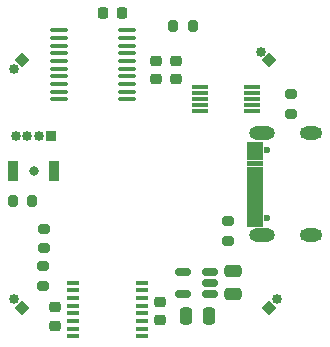
<source format=gbr>
%TF.GenerationSoftware,KiCad,Pcbnew,8.0.0*%
%TF.CreationDate,2024-05-17T03:14:29+03:00*%
%TF.ProjectId,pressure_sensor_logic,70726573-7375-4726-955f-73656e736f72,rev?*%
%TF.SameCoordinates,Original*%
%TF.FileFunction,Soldermask,Top*%
%TF.FilePolarity,Negative*%
%FSLAX46Y46*%
G04 Gerber Fmt 4.6, Leading zero omitted, Abs format (unit mm)*
G04 Created by KiCad (PCBNEW 8.0.0) date 2024-05-17 03:14:29*
%MOMM*%
%LPD*%
G01*
G04 APERTURE LIST*
G04 Aperture macros list*
%AMRoundRect*
0 Rectangle with rounded corners*
0 $1 Rounding radius*
0 $2 $3 $4 $5 $6 $7 $8 $9 X,Y pos of 4 corners*
0 Add a 4 corners polygon primitive as box body*
4,1,4,$2,$3,$4,$5,$6,$7,$8,$9,$2,$3,0*
0 Add four circle primitives for the rounded corners*
1,1,$1+$1,$2,$3*
1,1,$1+$1,$4,$5*
1,1,$1+$1,$6,$7*
1,1,$1+$1,$8,$9*
0 Add four rect primitives between the rounded corners*
20,1,$1+$1,$2,$3,$4,$5,0*
20,1,$1+$1,$4,$5,$6,$7,0*
20,1,$1+$1,$6,$7,$8,$9,0*
20,1,$1+$1,$8,$9,$2,$3,0*%
%AMHorizOval*
0 Thick line with rounded ends*
0 $1 width*
0 $2 $3 position (X,Y) of the first rounded end (center of the circle)*
0 $4 $5 position (X,Y) of the second rounded end (center of the circle)*
0 Add line between two ends*
20,1,$1,$2,$3,$4,$5,0*
0 Add two circle primitives to create the rounded ends*
1,1,$1,$2,$3*
1,1,$1,$4,$5*%
%AMRotRect*
0 Rectangle, with rotation*
0 The origin of the aperture is its center*
0 $1 length*
0 $2 width*
0 $3 Rotation angle, in degrees counterclockwise*
0 Add horizontal line*
21,1,$1,$2,0,0,$3*%
G04 Aperture macros list end*
%ADD10C,0.010000*%
%ADD11R,1.000000X0.400000*%
%ADD12RoundRect,0.225000X0.250000X-0.225000X0.250000X0.225000X-0.250000X0.225000X-0.250000X-0.225000X0*%
%ADD13RotRect,0.850000X0.850000X225.000000*%
%ADD14HorizOval,0.850000X0.000000X0.000000X0.000000X0.000000X0*%
%ADD15RoundRect,0.100000X0.637500X0.100000X-0.637500X0.100000X-0.637500X-0.100000X0.637500X-0.100000X0*%
%ADD16RoundRect,0.250000X-0.250000X-0.475000X0.250000X-0.475000X0.250000X0.475000X-0.250000X0.475000X0*%
%ADD17RoundRect,0.150000X0.512500X0.150000X-0.512500X0.150000X-0.512500X-0.150000X0.512500X-0.150000X0*%
%ADD18RoundRect,0.225000X-0.250000X0.225000X-0.250000X-0.225000X0.250000X-0.225000X0.250000X0.225000X0*%
%ADD19R,0.850000X0.850000*%
%ADD20O,0.850000X0.850000*%
%ADD21RoundRect,0.250000X-0.475000X0.250000X-0.475000X-0.250000X0.475000X-0.250000X0.475000X0.250000X0*%
%ADD22RoundRect,0.200000X-0.275000X0.200000X-0.275000X-0.200000X0.275000X-0.200000X0.275000X0.200000X0*%
%ADD23RoundRect,0.200000X-0.200000X-0.275000X0.200000X-0.275000X0.200000X0.275000X-0.200000X0.275000X0*%
%ADD24RoundRect,0.200000X0.275000X-0.200000X0.275000X0.200000X-0.275000X0.200000X-0.275000X-0.200000X0*%
%ADD25R,1.400000X0.300000*%
%ADD26C,0.800000*%
%ADD27R,0.900000X1.700000*%
%ADD28RoundRect,0.225000X0.225000X0.250000X-0.225000X0.250000X-0.225000X-0.250000X0.225000X-0.250000X0*%
%ADD29RotRect,0.850000X0.850000X315.000000*%
%ADD30HorizOval,0.850000X0.000000X0.000000X0.000000X0.000000X0*%
%ADD31RotRect,0.850000X0.850000X135.000000*%
%ADD32HorizOval,0.850000X0.000000X0.000000X0.000000X0.000000X0*%
%ADD33C,0.600000*%
%ADD34O,2.204000X1.104000*%
%ADD35O,1.904000X1.104000*%
G04 APERTURE END LIST*
D10*
%TO.C,J11*%
X59870003Y-50475003D02*
X59870003Y-50875003D01*
X58630001Y-50875002D01*
X58630004Y-50475002D01*
X59870003Y-50475003D01*
G36*
X59870003Y-50475003D02*
G01*
X59870003Y-50875003D01*
X58630001Y-50875002D01*
X58630004Y-50475002D01*
X59870003Y-50475003D01*
G37*
X59870003Y-47875003D02*
X58630002Y-47875002D01*
X58630002Y-47175003D01*
X59870003Y-47175003D01*
X59870003Y-47875003D01*
G36*
X59870003Y-47875003D02*
G01*
X58630002Y-47875002D01*
X58630002Y-47175003D01*
X59870003Y-47175003D01*
X59870003Y-47875003D01*
G37*
X59870003Y-49375003D02*
X58630002Y-49375004D01*
X58630004Y-48975003D01*
X59870003Y-48975003D01*
X59870003Y-49375003D01*
G36*
X59870003Y-49375003D02*
G01*
X58630002Y-49375004D01*
X58630004Y-48975003D01*
X59870003Y-48975003D01*
X59870003Y-49375003D01*
G37*
X59870003Y-50375003D02*
X58630002Y-50375004D01*
X58630002Y-49975004D01*
X59870002Y-49975002D01*
X59870003Y-50375003D01*
G36*
X59870003Y-50375003D02*
G01*
X58630002Y-50375004D01*
X58630002Y-49975004D01*
X59870002Y-49975002D01*
X59870003Y-50375003D01*
G37*
X59870003Y-51475004D02*
X59870002Y-51875004D01*
X58630002Y-51875003D01*
X58630003Y-51475002D01*
X59870003Y-51475004D01*
G36*
X59870003Y-51475004D02*
G01*
X59870002Y-51875004D01*
X58630002Y-51875003D01*
X58630003Y-51475002D01*
X59870003Y-51475004D01*
G37*
X59870003Y-47075003D02*
X58630003Y-47075003D01*
X58630003Y-46375003D01*
X59870003Y-46375003D01*
X59870003Y-47075003D01*
G36*
X59870003Y-47075003D02*
G01*
X58630003Y-47075003D01*
X58630003Y-46375003D01*
X59870003Y-46375003D01*
X59870003Y-47075003D01*
G37*
X59870003Y-48375004D02*
X58630003Y-48375002D01*
X58630002Y-47975003D01*
X59870003Y-47975002D01*
X59870003Y-48375004D01*
G36*
X59870003Y-48375004D02*
G01*
X58630003Y-48375002D01*
X58630002Y-47975003D01*
X59870003Y-47975002D01*
X59870003Y-48375004D01*
G37*
X59870003Y-49875002D02*
X58630003Y-49875003D01*
X58630002Y-49475004D01*
X59870004Y-49475002D01*
X59870003Y-49875002D01*
G36*
X59870003Y-49875002D02*
G01*
X58630003Y-49875003D01*
X58630002Y-49475004D01*
X59870004Y-49475002D01*
X59870003Y-49875002D01*
G37*
X59870003Y-50975004D02*
X59870003Y-51375003D01*
X58630003Y-51375003D01*
X58630003Y-50975002D01*
X59870003Y-50975004D01*
G36*
X59870003Y-50975004D02*
G01*
X59870003Y-51375003D01*
X58630003Y-51375003D01*
X58630003Y-50975002D01*
X59870003Y-50975004D01*
G37*
X59870003Y-53475003D02*
X58630003Y-53475003D01*
X58630003Y-52775003D01*
X59870003Y-52775003D01*
X59870003Y-53475003D01*
G36*
X59870003Y-53475003D02*
G01*
X58630003Y-53475003D01*
X58630003Y-52775003D01*
X59870003Y-52775003D01*
X59870003Y-53475003D01*
G37*
X59870002Y-48875004D02*
X58630004Y-48875002D01*
X58630003Y-48475003D01*
X59870003Y-48475003D01*
X59870002Y-48875004D01*
G36*
X59870002Y-48875004D02*
G01*
X58630004Y-48875002D01*
X58630003Y-48475003D01*
X59870003Y-48475003D01*
X59870002Y-48875004D01*
G37*
X59870002Y-51975003D02*
X59870003Y-52675004D01*
X58630004Y-52675002D01*
X58630004Y-51975002D01*
X59870002Y-51975003D01*
G36*
X59870002Y-51975003D02*
G01*
X59870003Y-52675004D01*
X58630004Y-52675002D01*
X58630004Y-51975002D01*
X59870002Y-51975003D01*
G37*
%TD*%
D11*
%TO.C,D1*%
X43900006Y-58300006D03*
X43900004Y-58950006D03*
X43900006Y-59600007D03*
X43900006Y-60250009D03*
X43899996Y-60899996D03*
X43900002Y-61550008D03*
X43900003Y-62200008D03*
X43900004Y-62850004D03*
X49700002Y-62850004D03*
X49700004Y-62200004D03*
X49700002Y-61550003D03*
X49700002Y-60900001D03*
X49700012Y-60250014D03*
X49700006Y-59600002D03*
X49700005Y-58950002D03*
X49700004Y-58300006D03*
%TD*%
D12*
%TO.C,C19*%
X52550002Y-41100003D03*
X52550002Y-39550001D03*
%TD*%
D13*
%TO.C,J2*%
X39534822Y-60415183D03*
D14*
X38827715Y-59708076D03*
%TD*%
D15*
%TO.C,U4*%
X48400001Y-42775003D03*
X48400002Y-42125003D03*
X48400002Y-41475003D03*
X48400002Y-40825003D03*
X48400001Y-40175002D03*
X48400001Y-39525004D03*
X48400002Y-38875003D03*
X48400002Y-38225004D03*
X48400001Y-37575002D03*
X48400006Y-36925004D03*
X42675003Y-36925003D03*
X42675002Y-37575003D03*
X42675002Y-38225003D03*
X42675002Y-38875003D03*
X42675003Y-39525004D03*
X42675003Y-40175002D03*
X42675002Y-40825003D03*
X42675002Y-41475002D03*
X42675003Y-42125004D03*
X42674998Y-42775002D03*
%TD*%
D16*
%TO.C,C17*%
X53450004Y-61150005D03*
X55350002Y-61150005D03*
%TD*%
D17*
%TO.C,U3*%
X55450000Y-59300006D03*
X55450000Y-58350006D03*
X55450000Y-57400006D03*
X53175000Y-57400006D03*
X53175000Y-59300006D03*
%TD*%
D13*
%TO.C,J4*%
X60465182Y-39484823D03*
D14*
X59758075Y-38777716D03*
%TD*%
D18*
%TO.C,C4*%
X51250003Y-59909878D03*
X51250003Y-61459880D03*
%TD*%
D19*
%TO.C,J3*%
X42000003Y-45925003D03*
D20*
X41000003Y-45925003D03*
X40000003Y-45925003D03*
X39000003Y-45925003D03*
%TD*%
D21*
%TO.C,C16*%
X57450002Y-57350005D03*
X57450002Y-59250003D03*
%TD*%
D22*
%TO.C,R14*%
X41350002Y-56925003D03*
X41350002Y-58575003D03*
%TD*%
D23*
%TO.C,R9*%
X38750002Y-51425003D03*
X40400002Y-51425003D03*
%TD*%
D12*
%TO.C,C3*%
X42300002Y-61950003D03*
X42300002Y-60400001D03*
%TD*%
D24*
%TO.C,R1*%
X62350002Y-44000003D03*
X62350002Y-42350003D03*
%TD*%
D25*
%TO.C,U5*%
X59050007Y-43750001D03*
X59050002Y-43250003D03*
X59050002Y-42750003D03*
X59050004Y-42250007D03*
X59050003Y-41750002D03*
X54649997Y-41750005D03*
X54650002Y-42250003D03*
X54650002Y-42750003D03*
X54650000Y-43249999D03*
X54650001Y-43750004D03*
%TD*%
D26*
%TO.C,SW2*%
X40525002Y-48850003D03*
D27*
X38825002Y-48850003D03*
X42225002Y-48850003D03*
%TD*%
D24*
%TO.C,R15*%
X41375002Y-55400003D03*
X41375002Y-53750003D03*
%TD*%
D28*
%TO.C,C20*%
X47975004Y-35500003D03*
X46425002Y-35500003D03*
%TD*%
D29*
%TO.C,J6*%
X39534822Y-39484823D03*
D30*
X38827715Y-40191930D03*
%TD*%
D12*
%TO.C,C18*%
X50900002Y-41100003D03*
X50900002Y-39550001D03*
%TD*%
D31*
%TO.C,J5*%
X60465182Y-60415183D03*
D32*
X61172289Y-59708076D03*
%TD*%
D33*
%TO.C,J11*%
X60320003Y-52815003D03*
X60320003Y-47035003D03*
D34*
X59830003Y-54250003D03*
X59830004Y-45600002D03*
D35*
X64000003Y-54250003D03*
X64000003Y-45600003D03*
%TD*%
D22*
%TO.C,R2*%
X57000002Y-53100003D03*
X57000002Y-54750003D03*
%TD*%
D23*
%TO.C,R10*%
X52350002Y-36600003D03*
X54000002Y-36600003D03*
%TD*%
M02*

</source>
